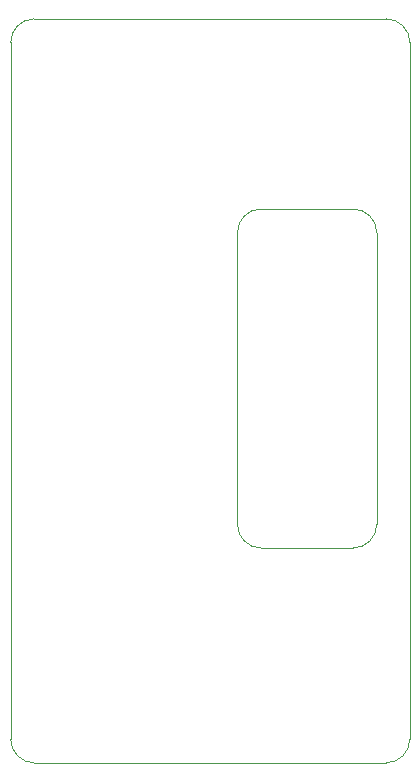
<source format=gbr>
%TF.GenerationSoftware,KiCad,Pcbnew,7.0.1*%
%TF.CreationDate,2024-04-03T13:53:06+02:00*%
%TF.ProjectId,filament,66696c61-6d65-46e7-942e-6b696361645f,rev?*%
%TF.SameCoordinates,Original*%
%TF.FileFunction,Profile,NP*%
%FSLAX46Y46*%
G04 Gerber Fmt 4.6, Leading zero omitted, Abs format (unit mm)*
G04 Created by KiCad (PCBNEW 7.0.1) date 2024-04-03 13:53:06*
%MOMM*%
%LPD*%
G01*
G04 APERTURE LIST*
%TA.AperFunction,Profile*%
%ADD10C,0.100000*%
%TD*%
G04 APERTURE END LIST*
D10*
X150200000Y-111900000D02*
G75*
G03*
X152200000Y-109900000I0J2000000D01*
G01*
X123200000Y-67100000D02*
G75*
G03*
X121200000Y-69100000I0J-2000000D01*
G01*
X140400000Y-109900000D02*
G75*
G03*
X142400000Y-111900000I2000000J0D01*
G01*
X140400000Y-109900000D02*
X140400000Y-85200000D01*
X150200000Y-111900000D02*
X142400000Y-111900000D01*
X155000000Y-69100000D02*
G75*
G03*
X153000000Y-67100000I-2000000J0D01*
G01*
X153000000Y-130085786D02*
G75*
G03*
X155000000Y-128085786I0J2000000D01*
G01*
X142400000Y-83200000D02*
G75*
G03*
X140400000Y-85200000I0J-2000000D01*
G01*
X142400000Y-83200000D02*
X150200000Y-83200000D01*
X121200000Y-128085786D02*
X121200000Y-69100000D01*
X152200000Y-85200000D02*
G75*
G03*
X150200000Y-83200000I-2000000J0D01*
G01*
X152200000Y-85200000D02*
X152200000Y-109900000D01*
X121200000Y-128085786D02*
G75*
G03*
X123200000Y-130085786I2000000J0D01*
G01*
X123200000Y-67100000D02*
X153000000Y-67100000D01*
X153000000Y-130085786D02*
X123200000Y-130085786D01*
X155000000Y-69100000D02*
X155000000Y-128085786D01*
M02*

</source>
